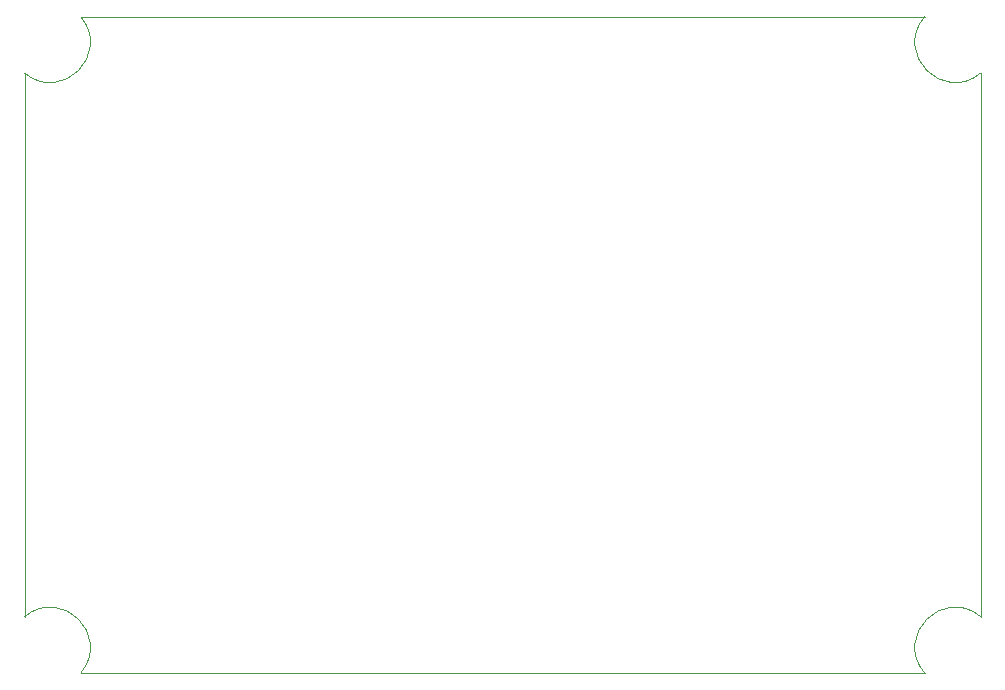
<source format=gm1>
G04 #@! TF.GenerationSoftware,KiCad,Pcbnew,6.0.4-6f826c9f35~116~ubuntu20.04.1*
G04 #@! TF.CreationDate,2022-05-15T08:48:41-07:00*
G04 #@! TF.ProjectId,ft4232h-breakout,66743432-3332-4682-9d62-7265616b6f75,rev?*
G04 #@! TF.SameCoordinates,Original*
G04 #@! TF.FileFunction,Profile,NP*
%FSLAX46Y46*%
G04 Gerber Fmt 4.6, Leading zero omitted, Abs format (unit mm)*
G04 Created by KiCad (PCBNEW 6.0.4-6f826c9f35~116~ubuntu20.04.1) date 2022-05-15 08:48:41*
%MOMM*%
%LPD*%
G01*
G04 APERTURE LIST*
G04 #@! TA.AperFunction,Profile*
%ADD10C,0.100000*%
G04 #@! TD*
G04 APERTURE END LIST*
D10*
X140481250Y-123018750D02*
G75*
G03*
X135718750Y-127781250I-2172920J-2589580D01*
G01*
X64281250Y-127781250D02*
G75*
G03*
X59518750Y-123018750I-2589550J2172950D01*
G01*
X140481250Y-123018750D02*
X140481250Y-76981250D01*
X64281250Y-127781250D02*
X135718750Y-127781250D01*
X59518750Y-123018750D02*
X59518750Y-76981250D01*
X135718750Y-72218750D02*
X64281250Y-72218750D01*
X59518750Y-76981250D02*
G75*
G03*
X64281250Y-72218750I2172920J2589580D01*
G01*
X135718750Y-72218750D02*
G75*
G03*
X140481250Y-76981250I2589550J-2172950D01*
G01*
M02*

</source>
